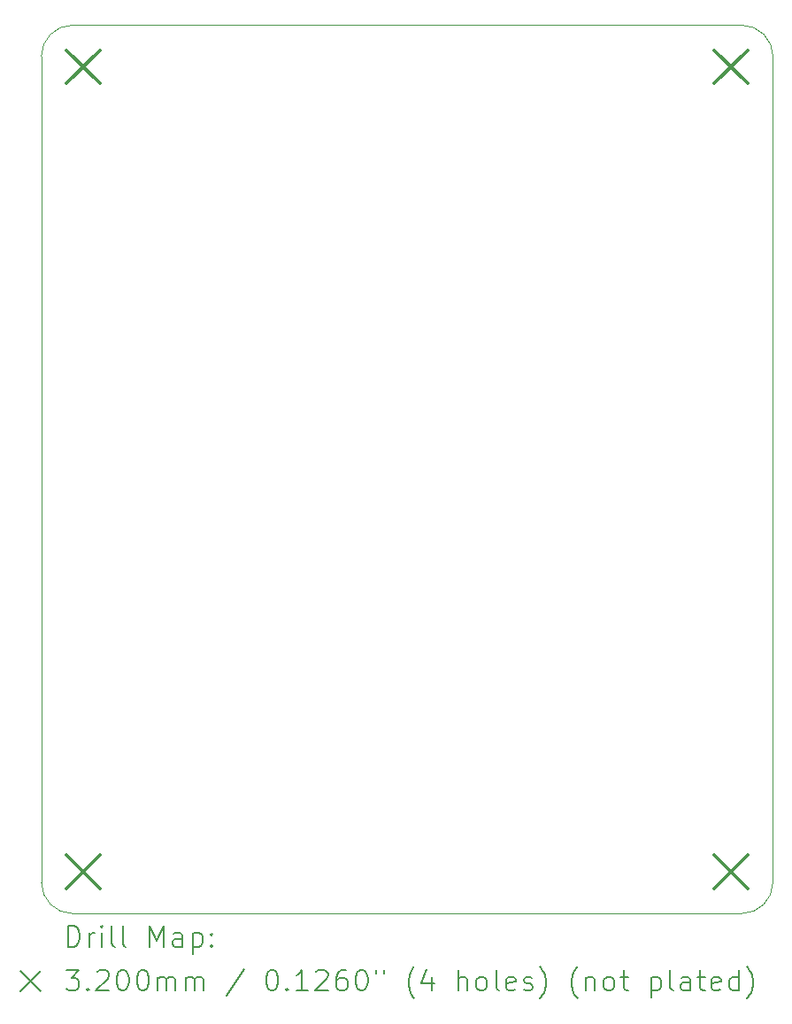
<source format=gbr>
%TF.GenerationSoftware,KiCad,Pcbnew,8.0.8*%
%TF.CreationDate,2025-02-11T23:26:13+09:00*%
%TF.ProjectId,1bit-cpu_asic,31626974-2d63-4707-955f-617369632e6b,rev?*%
%TF.SameCoordinates,Original*%
%TF.FileFunction,Drillmap*%
%TF.FilePolarity,Positive*%
%FSLAX45Y45*%
G04 Gerber Fmt 4.5, Leading zero omitted, Abs format (unit mm)*
G04 Created by KiCad (PCBNEW 8.0.8) date 2025-02-11 23:26:13*
%MOMM*%
%LPD*%
G01*
G04 APERTURE LIST*
%ADD10C,0.100000*%
%ADD11C,0.200000*%
%ADD12C,0.320000*%
G04 APERTURE END LIST*
D10*
X10544000Y-6124000D02*
G75*
G02*
X10844000Y-5824000I300000J0D01*
G01*
X10544000Y-14024000D02*
X10544000Y-6124000D01*
X17244000Y-14324000D02*
X10844000Y-14324000D01*
X17244000Y-5824000D02*
G75*
G02*
X17544000Y-6124000I0J-300000D01*
G01*
X17544000Y-14024000D02*
G75*
G02*
X17244000Y-14324000I-300000J0D01*
G01*
X10844000Y-14324000D02*
G75*
G02*
X10544000Y-14024000I0J300000D01*
G01*
X17544000Y-6124000D02*
X17544000Y-14024000D01*
X10844000Y-5824000D02*
X17244000Y-5824000D01*
D11*
D12*
X10784000Y-6064000D02*
X11104000Y-6384000D01*
X11104000Y-6064000D02*
X10784000Y-6384000D01*
X10784000Y-13764000D02*
X11104000Y-14084000D01*
X11104000Y-13764000D02*
X10784000Y-14084000D01*
X16984000Y-6064000D02*
X17304000Y-6384000D01*
X17304000Y-6064000D02*
X16984000Y-6384000D01*
X16984000Y-13764000D02*
X17304000Y-14084000D01*
X17304000Y-13764000D02*
X16984000Y-14084000D01*
D11*
X10799777Y-14640484D02*
X10799777Y-14440484D01*
X10799777Y-14440484D02*
X10847396Y-14440484D01*
X10847396Y-14440484D02*
X10875967Y-14450008D01*
X10875967Y-14450008D02*
X10895015Y-14469055D01*
X10895015Y-14469055D02*
X10904539Y-14488103D01*
X10904539Y-14488103D02*
X10914063Y-14526198D01*
X10914063Y-14526198D02*
X10914063Y-14554769D01*
X10914063Y-14554769D02*
X10904539Y-14592865D01*
X10904539Y-14592865D02*
X10895015Y-14611912D01*
X10895015Y-14611912D02*
X10875967Y-14630960D01*
X10875967Y-14630960D02*
X10847396Y-14640484D01*
X10847396Y-14640484D02*
X10799777Y-14640484D01*
X10999777Y-14640484D02*
X10999777Y-14507150D01*
X10999777Y-14545246D02*
X11009301Y-14526198D01*
X11009301Y-14526198D02*
X11018824Y-14516674D01*
X11018824Y-14516674D02*
X11037872Y-14507150D01*
X11037872Y-14507150D02*
X11056920Y-14507150D01*
X11123586Y-14640484D02*
X11123586Y-14507150D01*
X11123586Y-14440484D02*
X11114063Y-14450008D01*
X11114063Y-14450008D02*
X11123586Y-14459531D01*
X11123586Y-14459531D02*
X11133110Y-14450008D01*
X11133110Y-14450008D02*
X11123586Y-14440484D01*
X11123586Y-14440484D02*
X11123586Y-14459531D01*
X11247396Y-14640484D02*
X11228348Y-14630960D01*
X11228348Y-14630960D02*
X11218824Y-14611912D01*
X11218824Y-14611912D02*
X11218824Y-14440484D01*
X11352158Y-14640484D02*
X11333110Y-14630960D01*
X11333110Y-14630960D02*
X11323586Y-14611912D01*
X11323586Y-14611912D02*
X11323586Y-14440484D01*
X11580729Y-14640484D02*
X11580729Y-14440484D01*
X11580729Y-14440484D02*
X11647396Y-14583341D01*
X11647396Y-14583341D02*
X11714062Y-14440484D01*
X11714062Y-14440484D02*
X11714062Y-14640484D01*
X11895015Y-14640484D02*
X11895015Y-14535722D01*
X11895015Y-14535722D02*
X11885491Y-14516674D01*
X11885491Y-14516674D02*
X11866443Y-14507150D01*
X11866443Y-14507150D02*
X11828348Y-14507150D01*
X11828348Y-14507150D02*
X11809301Y-14516674D01*
X11895015Y-14630960D02*
X11875967Y-14640484D01*
X11875967Y-14640484D02*
X11828348Y-14640484D01*
X11828348Y-14640484D02*
X11809301Y-14630960D01*
X11809301Y-14630960D02*
X11799777Y-14611912D01*
X11799777Y-14611912D02*
X11799777Y-14592865D01*
X11799777Y-14592865D02*
X11809301Y-14573817D01*
X11809301Y-14573817D02*
X11828348Y-14564293D01*
X11828348Y-14564293D02*
X11875967Y-14564293D01*
X11875967Y-14564293D02*
X11895015Y-14554769D01*
X11990253Y-14507150D02*
X11990253Y-14707150D01*
X11990253Y-14516674D02*
X12009301Y-14507150D01*
X12009301Y-14507150D02*
X12047396Y-14507150D01*
X12047396Y-14507150D02*
X12066443Y-14516674D01*
X12066443Y-14516674D02*
X12075967Y-14526198D01*
X12075967Y-14526198D02*
X12085491Y-14545246D01*
X12085491Y-14545246D02*
X12085491Y-14602388D01*
X12085491Y-14602388D02*
X12075967Y-14621436D01*
X12075967Y-14621436D02*
X12066443Y-14630960D01*
X12066443Y-14630960D02*
X12047396Y-14640484D01*
X12047396Y-14640484D02*
X12009301Y-14640484D01*
X12009301Y-14640484D02*
X11990253Y-14630960D01*
X12171205Y-14621436D02*
X12180729Y-14630960D01*
X12180729Y-14630960D02*
X12171205Y-14640484D01*
X12171205Y-14640484D02*
X12161682Y-14630960D01*
X12161682Y-14630960D02*
X12171205Y-14621436D01*
X12171205Y-14621436D02*
X12171205Y-14640484D01*
X12171205Y-14516674D02*
X12180729Y-14526198D01*
X12180729Y-14526198D02*
X12171205Y-14535722D01*
X12171205Y-14535722D02*
X12161682Y-14526198D01*
X12161682Y-14526198D02*
X12171205Y-14516674D01*
X12171205Y-14516674D02*
X12171205Y-14535722D01*
X10339000Y-14869000D02*
X10539000Y-15069000D01*
X10539000Y-14869000D02*
X10339000Y-15069000D01*
X10780729Y-14860484D02*
X10904539Y-14860484D01*
X10904539Y-14860484D02*
X10837872Y-14936674D01*
X10837872Y-14936674D02*
X10866444Y-14936674D01*
X10866444Y-14936674D02*
X10885491Y-14946198D01*
X10885491Y-14946198D02*
X10895015Y-14955722D01*
X10895015Y-14955722D02*
X10904539Y-14974769D01*
X10904539Y-14974769D02*
X10904539Y-15022388D01*
X10904539Y-15022388D02*
X10895015Y-15041436D01*
X10895015Y-15041436D02*
X10885491Y-15050960D01*
X10885491Y-15050960D02*
X10866444Y-15060484D01*
X10866444Y-15060484D02*
X10809301Y-15060484D01*
X10809301Y-15060484D02*
X10790253Y-15050960D01*
X10790253Y-15050960D02*
X10780729Y-15041436D01*
X10990253Y-15041436D02*
X10999777Y-15050960D01*
X10999777Y-15050960D02*
X10990253Y-15060484D01*
X10990253Y-15060484D02*
X10980729Y-15050960D01*
X10980729Y-15050960D02*
X10990253Y-15041436D01*
X10990253Y-15041436D02*
X10990253Y-15060484D01*
X11075967Y-14879531D02*
X11085491Y-14870008D01*
X11085491Y-14870008D02*
X11104539Y-14860484D01*
X11104539Y-14860484D02*
X11152158Y-14860484D01*
X11152158Y-14860484D02*
X11171205Y-14870008D01*
X11171205Y-14870008D02*
X11180729Y-14879531D01*
X11180729Y-14879531D02*
X11190253Y-14898579D01*
X11190253Y-14898579D02*
X11190253Y-14917627D01*
X11190253Y-14917627D02*
X11180729Y-14946198D01*
X11180729Y-14946198D02*
X11066444Y-15060484D01*
X11066444Y-15060484D02*
X11190253Y-15060484D01*
X11314062Y-14860484D02*
X11333110Y-14860484D01*
X11333110Y-14860484D02*
X11352158Y-14870008D01*
X11352158Y-14870008D02*
X11361682Y-14879531D01*
X11361682Y-14879531D02*
X11371205Y-14898579D01*
X11371205Y-14898579D02*
X11380729Y-14936674D01*
X11380729Y-14936674D02*
X11380729Y-14984293D01*
X11380729Y-14984293D02*
X11371205Y-15022388D01*
X11371205Y-15022388D02*
X11361682Y-15041436D01*
X11361682Y-15041436D02*
X11352158Y-15050960D01*
X11352158Y-15050960D02*
X11333110Y-15060484D01*
X11333110Y-15060484D02*
X11314062Y-15060484D01*
X11314062Y-15060484D02*
X11295015Y-15050960D01*
X11295015Y-15050960D02*
X11285491Y-15041436D01*
X11285491Y-15041436D02*
X11275967Y-15022388D01*
X11275967Y-15022388D02*
X11266443Y-14984293D01*
X11266443Y-14984293D02*
X11266443Y-14936674D01*
X11266443Y-14936674D02*
X11275967Y-14898579D01*
X11275967Y-14898579D02*
X11285491Y-14879531D01*
X11285491Y-14879531D02*
X11295015Y-14870008D01*
X11295015Y-14870008D02*
X11314062Y-14860484D01*
X11504539Y-14860484D02*
X11523586Y-14860484D01*
X11523586Y-14860484D02*
X11542634Y-14870008D01*
X11542634Y-14870008D02*
X11552158Y-14879531D01*
X11552158Y-14879531D02*
X11561682Y-14898579D01*
X11561682Y-14898579D02*
X11571205Y-14936674D01*
X11571205Y-14936674D02*
X11571205Y-14984293D01*
X11571205Y-14984293D02*
X11561682Y-15022388D01*
X11561682Y-15022388D02*
X11552158Y-15041436D01*
X11552158Y-15041436D02*
X11542634Y-15050960D01*
X11542634Y-15050960D02*
X11523586Y-15060484D01*
X11523586Y-15060484D02*
X11504539Y-15060484D01*
X11504539Y-15060484D02*
X11485491Y-15050960D01*
X11485491Y-15050960D02*
X11475967Y-15041436D01*
X11475967Y-15041436D02*
X11466443Y-15022388D01*
X11466443Y-15022388D02*
X11456920Y-14984293D01*
X11456920Y-14984293D02*
X11456920Y-14936674D01*
X11456920Y-14936674D02*
X11466443Y-14898579D01*
X11466443Y-14898579D02*
X11475967Y-14879531D01*
X11475967Y-14879531D02*
X11485491Y-14870008D01*
X11485491Y-14870008D02*
X11504539Y-14860484D01*
X11656920Y-15060484D02*
X11656920Y-14927150D01*
X11656920Y-14946198D02*
X11666443Y-14936674D01*
X11666443Y-14936674D02*
X11685491Y-14927150D01*
X11685491Y-14927150D02*
X11714063Y-14927150D01*
X11714063Y-14927150D02*
X11733110Y-14936674D01*
X11733110Y-14936674D02*
X11742634Y-14955722D01*
X11742634Y-14955722D02*
X11742634Y-15060484D01*
X11742634Y-14955722D02*
X11752158Y-14936674D01*
X11752158Y-14936674D02*
X11771205Y-14927150D01*
X11771205Y-14927150D02*
X11799777Y-14927150D01*
X11799777Y-14927150D02*
X11818824Y-14936674D01*
X11818824Y-14936674D02*
X11828348Y-14955722D01*
X11828348Y-14955722D02*
X11828348Y-15060484D01*
X11923586Y-15060484D02*
X11923586Y-14927150D01*
X11923586Y-14946198D02*
X11933110Y-14936674D01*
X11933110Y-14936674D02*
X11952158Y-14927150D01*
X11952158Y-14927150D02*
X11980729Y-14927150D01*
X11980729Y-14927150D02*
X11999777Y-14936674D01*
X11999777Y-14936674D02*
X12009301Y-14955722D01*
X12009301Y-14955722D02*
X12009301Y-15060484D01*
X12009301Y-14955722D02*
X12018824Y-14936674D01*
X12018824Y-14936674D02*
X12037872Y-14927150D01*
X12037872Y-14927150D02*
X12066443Y-14927150D01*
X12066443Y-14927150D02*
X12085491Y-14936674D01*
X12085491Y-14936674D02*
X12095015Y-14955722D01*
X12095015Y-14955722D02*
X12095015Y-15060484D01*
X12485491Y-14850960D02*
X12314063Y-15108103D01*
X12742634Y-14860484D02*
X12761682Y-14860484D01*
X12761682Y-14860484D02*
X12780729Y-14870008D01*
X12780729Y-14870008D02*
X12790253Y-14879531D01*
X12790253Y-14879531D02*
X12799777Y-14898579D01*
X12799777Y-14898579D02*
X12809301Y-14936674D01*
X12809301Y-14936674D02*
X12809301Y-14984293D01*
X12809301Y-14984293D02*
X12799777Y-15022388D01*
X12799777Y-15022388D02*
X12790253Y-15041436D01*
X12790253Y-15041436D02*
X12780729Y-15050960D01*
X12780729Y-15050960D02*
X12761682Y-15060484D01*
X12761682Y-15060484D02*
X12742634Y-15060484D01*
X12742634Y-15060484D02*
X12723586Y-15050960D01*
X12723586Y-15050960D02*
X12714063Y-15041436D01*
X12714063Y-15041436D02*
X12704539Y-15022388D01*
X12704539Y-15022388D02*
X12695015Y-14984293D01*
X12695015Y-14984293D02*
X12695015Y-14936674D01*
X12695015Y-14936674D02*
X12704539Y-14898579D01*
X12704539Y-14898579D02*
X12714063Y-14879531D01*
X12714063Y-14879531D02*
X12723586Y-14870008D01*
X12723586Y-14870008D02*
X12742634Y-14860484D01*
X12895015Y-15041436D02*
X12904539Y-15050960D01*
X12904539Y-15050960D02*
X12895015Y-15060484D01*
X12895015Y-15060484D02*
X12885491Y-15050960D01*
X12885491Y-15050960D02*
X12895015Y-15041436D01*
X12895015Y-15041436D02*
X12895015Y-15060484D01*
X13095015Y-15060484D02*
X12980729Y-15060484D01*
X13037872Y-15060484D02*
X13037872Y-14860484D01*
X13037872Y-14860484D02*
X13018825Y-14889055D01*
X13018825Y-14889055D02*
X12999777Y-14908103D01*
X12999777Y-14908103D02*
X12980729Y-14917627D01*
X13171206Y-14879531D02*
X13180729Y-14870008D01*
X13180729Y-14870008D02*
X13199777Y-14860484D01*
X13199777Y-14860484D02*
X13247396Y-14860484D01*
X13247396Y-14860484D02*
X13266444Y-14870008D01*
X13266444Y-14870008D02*
X13275967Y-14879531D01*
X13275967Y-14879531D02*
X13285491Y-14898579D01*
X13285491Y-14898579D02*
X13285491Y-14917627D01*
X13285491Y-14917627D02*
X13275967Y-14946198D01*
X13275967Y-14946198D02*
X13161682Y-15060484D01*
X13161682Y-15060484D02*
X13285491Y-15060484D01*
X13456920Y-14860484D02*
X13418825Y-14860484D01*
X13418825Y-14860484D02*
X13399777Y-14870008D01*
X13399777Y-14870008D02*
X13390253Y-14879531D01*
X13390253Y-14879531D02*
X13371206Y-14908103D01*
X13371206Y-14908103D02*
X13361682Y-14946198D01*
X13361682Y-14946198D02*
X13361682Y-15022388D01*
X13361682Y-15022388D02*
X13371206Y-15041436D01*
X13371206Y-15041436D02*
X13380729Y-15050960D01*
X13380729Y-15050960D02*
X13399777Y-15060484D01*
X13399777Y-15060484D02*
X13437872Y-15060484D01*
X13437872Y-15060484D02*
X13456920Y-15050960D01*
X13456920Y-15050960D02*
X13466444Y-15041436D01*
X13466444Y-15041436D02*
X13475967Y-15022388D01*
X13475967Y-15022388D02*
X13475967Y-14974769D01*
X13475967Y-14974769D02*
X13466444Y-14955722D01*
X13466444Y-14955722D02*
X13456920Y-14946198D01*
X13456920Y-14946198D02*
X13437872Y-14936674D01*
X13437872Y-14936674D02*
X13399777Y-14936674D01*
X13399777Y-14936674D02*
X13380729Y-14946198D01*
X13380729Y-14946198D02*
X13371206Y-14955722D01*
X13371206Y-14955722D02*
X13361682Y-14974769D01*
X13599777Y-14860484D02*
X13618825Y-14860484D01*
X13618825Y-14860484D02*
X13637872Y-14870008D01*
X13637872Y-14870008D02*
X13647396Y-14879531D01*
X13647396Y-14879531D02*
X13656920Y-14898579D01*
X13656920Y-14898579D02*
X13666444Y-14936674D01*
X13666444Y-14936674D02*
X13666444Y-14984293D01*
X13666444Y-14984293D02*
X13656920Y-15022388D01*
X13656920Y-15022388D02*
X13647396Y-15041436D01*
X13647396Y-15041436D02*
X13637872Y-15050960D01*
X13637872Y-15050960D02*
X13618825Y-15060484D01*
X13618825Y-15060484D02*
X13599777Y-15060484D01*
X13599777Y-15060484D02*
X13580729Y-15050960D01*
X13580729Y-15050960D02*
X13571206Y-15041436D01*
X13571206Y-15041436D02*
X13561682Y-15022388D01*
X13561682Y-15022388D02*
X13552158Y-14984293D01*
X13552158Y-14984293D02*
X13552158Y-14936674D01*
X13552158Y-14936674D02*
X13561682Y-14898579D01*
X13561682Y-14898579D02*
X13571206Y-14879531D01*
X13571206Y-14879531D02*
X13580729Y-14870008D01*
X13580729Y-14870008D02*
X13599777Y-14860484D01*
X13742634Y-14860484D02*
X13742634Y-14898579D01*
X13818825Y-14860484D02*
X13818825Y-14898579D01*
X14114063Y-15136674D02*
X14104539Y-15127150D01*
X14104539Y-15127150D02*
X14085491Y-15098579D01*
X14085491Y-15098579D02*
X14075968Y-15079531D01*
X14075968Y-15079531D02*
X14066444Y-15050960D01*
X14066444Y-15050960D02*
X14056920Y-15003341D01*
X14056920Y-15003341D02*
X14056920Y-14965246D01*
X14056920Y-14965246D02*
X14066444Y-14917627D01*
X14066444Y-14917627D02*
X14075968Y-14889055D01*
X14075968Y-14889055D02*
X14085491Y-14870008D01*
X14085491Y-14870008D02*
X14104539Y-14841436D01*
X14104539Y-14841436D02*
X14114063Y-14831912D01*
X14275968Y-14927150D02*
X14275968Y-15060484D01*
X14228348Y-14850960D02*
X14180729Y-14993817D01*
X14180729Y-14993817D02*
X14304539Y-14993817D01*
X14533110Y-15060484D02*
X14533110Y-14860484D01*
X14618825Y-15060484D02*
X14618825Y-14955722D01*
X14618825Y-14955722D02*
X14609301Y-14936674D01*
X14609301Y-14936674D02*
X14590253Y-14927150D01*
X14590253Y-14927150D02*
X14561682Y-14927150D01*
X14561682Y-14927150D02*
X14542634Y-14936674D01*
X14542634Y-14936674D02*
X14533110Y-14946198D01*
X14742634Y-15060484D02*
X14723587Y-15050960D01*
X14723587Y-15050960D02*
X14714063Y-15041436D01*
X14714063Y-15041436D02*
X14704539Y-15022388D01*
X14704539Y-15022388D02*
X14704539Y-14965246D01*
X14704539Y-14965246D02*
X14714063Y-14946198D01*
X14714063Y-14946198D02*
X14723587Y-14936674D01*
X14723587Y-14936674D02*
X14742634Y-14927150D01*
X14742634Y-14927150D02*
X14771206Y-14927150D01*
X14771206Y-14927150D02*
X14790253Y-14936674D01*
X14790253Y-14936674D02*
X14799777Y-14946198D01*
X14799777Y-14946198D02*
X14809301Y-14965246D01*
X14809301Y-14965246D02*
X14809301Y-15022388D01*
X14809301Y-15022388D02*
X14799777Y-15041436D01*
X14799777Y-15041436D02*
X14790253Y-15050960D01*
X14790253Y-15050960D02*
X14771206Y-15060484D01*
X14771206Y-15060484D02*
X14742634Y-15060484D01*
X14923587Y-15060484D02*
X14904539Y-15050960D01*
X14904539Y-15050960D02*
X14895015Y-15031912D01*
X14895015Y-15031912D02*
X14895015Y-14860484D01*
X15075968Y-15050960D02*
X15056920Y-15060484D01*
X15056920Y-15060484D02*
X15018825Y-15060484D01*
X15018825Y-15060484D02*
X14999777Y-15050960D01*
X14999777Y-15050960D02*
X14990253Y-15031912D01*
X14990253Y-15031912D02*
X14990253Y-14955722D01*
X14990253Y-14955722D02*
X14999777Y-14936674D01*
X14999777Y-14936674D02*
X15018825Y-14927150D01*
X15018825Y-14927150D02*
X15056920Y-14927150D01*
X15056920Y-14927150D02*
X15075968Y-14936674D01*
X15075968Y-14936674D02*
X15085491Y-14955722D01*
X15085491Y-14955722D02*
X15085491Y-14974769D01*
X15085491Y-14974769D02*
X14990253Y-14993817D01*
X15161682Y-15050960D02*
X15180730Y-15060484D01*
X15180730Y-15060484D02*
X15218825Y-15060484D01*
X15218825Y-15060484D02*
X15237872Y-15050960D01*
X15237872Y-15050960D02*
X15247396Y-15031912D01*
X15247396Y-15031912D02*
X15247396Y-15022388D01*
X15247396Y-15022388D02*
X15237872Y-15003341D01*
X15237872Y-15003341D02*
X15218825Y-14993817D01*
X15218825Y-14993817D02*
X15190253Y-14993817D01*
X15190253Y-14993817D02*
X15171206Y-14984293D01*
X15171206Y-14984293D02*
X15161682Y-14965246D01*
X15161682Y-14965246D02*
X15161682Y-14955722D01*
X15161682Y-14955722D02*
X15171206Y-14936674D01*
X15171206Y-14936674D02*
X15190253Y-14927150D01*
X15190253Y-14927150D02*
X15218825Y-14927150D01*
X15218825Y-14927150D02*
X15237872Y-14936674D01*
X15314063Y-15136674D02*
X15323587Y-15127150D01*
X15323587Y-15127150D02*
X15342634Y-15098579D01*
X15342634Y-15098579D02*
X15352158Y-15079531D01*
X15352158Y-15079531D02*
X15361682Y-15050960D01*
X15361682Y-15050960D02*
X15371206Y-15003341D01*
X15371206Y-15003341D02*
X15371206Y-14965246D01*
X15371206Y-14965246D02*
X15361682Y-14917627D01*
X15361682Y-14917627D02*
X15352158Y-14889055D01*
X15352158Y-14889055D02*
X15342634Y-14870008D01*
X15342634Y-14870008D02*
X15323587Y-14841436D01*
X15323587Y-14841436D02*
X15314063Y-14831912D01*
X15675968Y-15136674D02*
X15666444Y-15127150D01*
X15666444Y-15127150D02*
X15647396Y-15098579D01*
X15647396Y-15098579D02*
X15637872Y-15079531D01*
X15637872Y-15079531D02*
X15628349Y-15050960D01*
X15628349Y-15050960D02*
X15618825Y-15003341D01*
X15618825Y-15003341D02*
X15618825Y-14965246D01*
X15618825Y-14965246D02*
X15628349Y-14917627D01*
X15628349Y-14917627D02*
X15637872Y-14889055D01*
X15637872Y-14889055D02*
X15647396Y-14870008D01*
X15647396Y-14870008D02*
X15666444Y-14841436D01*
X15666444Y-14841436D02*
X15675968Y-14831912D01*
X15752158Y-14927150D02*
X15752158Y-15060484D01*
X15752158Y-14946198D02*
X15761682Y-14936674D01*
X15761682Y-14936674D02*
X15780730Y-14927150D01*
X15780730Y-14927150D02*
X15809301Y-14927150D01*
X15809301Y-14927150D02*
X15828349Y-14936674D01*
X15828349Y-14936674D02*
X15837872Y-14955722D01*
X15837872Y-14955722D02*
X15837872Y-15060484D01*
X15961682Y-15060484D02*
X15942634Y-15050960D01*
X15942634Y-15050960D02*
X15933111Y-15041436D01*
X15933111Y-15041436D02*
X15923587Y-15022388D01*
X15923587Y-15022388D02*
X15923587Y-14965246D01*
X15923587Y-14965246D02*
X15933111Y-14946198D01*
X15933111Y-14946198D02*
X15942634Y-14936674D01*
X15942634Y-14936674D02*
X15961682Y-14927150D01*
X15961682Y-14927150D02*
X15990253Y-14927150D01*
X15990253Y-14927150D02*
X16009301Y-14936674D01*
X16009301Y-14936674D02*
X16018825Y-14946198D01*
X16018825Y-14946198D02*
X16028349Y-14965246D01*
X16028349Y-14965246D02*
X16028349Y-15022388D01*
X16028349Y-15022388D02*
X16018825Y-15041436D01*
X16018825Y-15041436D02*
X16009301Y-15050960D01*
X16009301Y-15050960D02*
X15990253Y-15060484D01*
X15990253Y-15060484D02*
X15961682Y-15060484D01*
X16085492Y-14927150D02*
X16161682Y-14927150D01*
X16114063Y-14860484D02*
X16114063Y-15031912D01*
X16114063Y-15031912D02*
X16123587Y-15050960D01*
X16123587Y-15050960D02*
X16142634Y-15060484D01*
X16142634Y-15060484D02*
X16161682Y-15060484D01*
X16380730Y-14927150D02*
X16380730Y-15127150D01*
X16380730Y-14936674D02*
X16399777Y-14927150D01*
X16399777Y-14927150D02*
X16437873Y-14927150D01*
X16437873Y-14927150D02*
X16456920Y-14936674D01*
X16456920Y-14936674D02*
X16466444Y-14946198D01*
X16466444Y-14946198D02*
X16475968Y-14965246D01*
X16475968Y-14965246D02*
X16475968Y-15022388D01*
X16475968Y-15022388D02*
X16466444Y-15041436D01*
X16466444Y-15041436D02*
X16456920Y-15050960D01*
X16456920Y-15050960D02*
X16437873Y-15060484D01*
X16437873Y-15060484D02*
X16399777Y-15060484D01*
X16399777Y-15060484D02*
X16380730Y-15050960D01*
X16590253Y-15060484D02*
X16571206Y-15050960D01*
X16571206Y-15050960D02*
X16561682Y-15031912D01*
X16561682Y-15031912D02*
X16561682Y-14860484D01*
X16752158Y-15060484D02*
X16752158Y-14955722D01*
X16752158Y-14955722D02*
X16742634Y-14936674D01*
X16742634Y-14936674D02*
X16723587Y-14927150D01*
X16723587Y-14927150D02*
X16685492Y-14927150D01*
X16685492Y-14927150D02*
X16666444Y-14936674D01*
X16752158Y-15050960D02*
X16733111Y-15060484D01*
X16733111Y-15060484D02*
X16685492Y-15060484D01*
X16685492Y-15060484D02*
X16666444Y-15050960D01*
X16666444Y-15050960D02*
X16656920Y-15031912D01*
X16656920Y-15031912D02*
X16656920Y-15012865D01*
X16656920Y-15012865D02*
X16666444Y-14993817D01*
X16666444Y-14993817D02*
X16685492Y-14984293D01*
X16685492Y-14984293D02*
X16733111Y-14984293D01*
X16733111Y-14984293D02*
X16752158Y-14974769D01*
X16818825Y-14927150D02*
X16895015Y-14927150D01*
X16847396Y-14860484D02*
X16847396Y-15031912D01*
X16847396Y-15031912D02*
X16856920Y-15050960D01*
X16856920Y-15050960D02*
X16875968Y-15060484D01*
X16875968Y-15060484D02*
X16895015Y-15060484D01*
X17037873Y-15050960D02*
X17018825Y-15060484D01*
X17018825Y-15060484D02*
X16980730Y-15060484D01*
X16980730Y-15060484D02*
X16961682Y-15050960D01*
X16961682Y-15050960D02*
X16952158Y-15031912D01*
X16952158Y-15031912D02*
X16952158Y-14955722D01*
X16952158Y-14955722D02*
X16961682Y-14936674D01*
X16961682Y-14936674D02*
X16980730Y-14927150D01*
X16980730Y-14927150D02*
X17018825Y-14927150D01*
X17018825Y-14927150D02*
X17037873Y-14936674D01*
X17037873Y-14936674D02*
X17047396Y-14955722D01*
X17047396Y-14955722D02*
X17047396Y-14974769D01*
X17047396Y-14974769D02*
X16952158Y-14993817D01*
X17218825Y-15060484D02*
X17218825Y-14860484D01*
X17218825Y-15050960D02*
X17199777Y-15060484D01*
X17199777Y-15060484D02*
X17161682Y-15060484D01*
X17161682Y-15060484D02*
X17142635Y-15050960D01*
X17142635Y-15050960D02*
X17133111Y-15041436D01*
X17133111Y-15041436D02*
X17123587Y-15022388D01*
X17123587Y-15022388D02*
X17123587Y-14965246D01*
X17123587Y-14965246D02*
X17133111Y-14946198D01*
X17133111Y-14946198D02*
X17142635Y-14936674D01*
X17142635Y-14936674D02*
X17161682Y-14927150D01*
X17161682Y-14927150D02*
X17199777Y-14927150D01*
X17199777Y-14927150D02*
X17218825Y-14936674D01*
X17295016Y-15136674D02*
X17304539Y-15127150D01*
X17304539Y-15127150D02*
X17323587Y-15098579D01*
X17323587Y-15098579D02*
X17333111Y-15079531D01*
X17333111Y-15079531D02*
X17342635Y-15050960D01*
X17342635Y-15050960D02*
X17352158Y-15003341D01*
X17352158Y-15003341D02*
X17352158Y-14965246D01*
X17352158Y-14965246D02*
X17342635Y-14917627D01*
X17342635Y-14917627D02*
X17333111Y-14889055D01*
X17333111Y-14889055D02*
X17323587Y-14870008D01*
X17323587Y-14870008D02*
X17304539Y-14841436D01*
X17304539Y-14841436D02*
X17295016Y-14831912D01*
M02*

</source>
